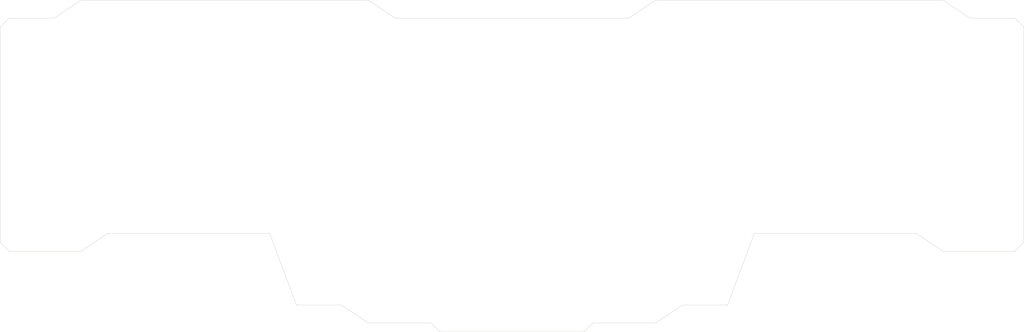
<source format=kicad_pcb>
(kicad_pcb (version 20240108) (generator "pcbnew") (generator_version "8.0")
  (title_block (date "2024-04-06"))
  (layers (0 "F.Cu" signal) (31 "B.Cu" signal) (34 "B.Paste" user) (35 "F.Paste" user) (36 "B.SilkS" user "B.Silkscreen") (37 "F.SilkS" user "F.Silkscreen") (38 "B.Mask" user) (39 "F.Mask" user) (44 "Edge.Cuts" user))
  (net 0 "")
  (footprint "kbd_Hole:m2_Screw_Hole" (layer "F.Cu") (at 162.45625 192.025)
    (property "Reference" "Ref**")
    (property "Value" "Val**")
    (pad "" np_thru_hole circle (at 0 0) (size 2.2 2.2) (drill 2.2) (layers "*.Cu" "*.Mask"))
  )
  (footprint "kbd_Hole:m2_Screw_Hole" (layer "F.Cu") (at 242.45625 192.025)
    (property "Reference" "Ref**")
    (property "Value" "Val**")
    (pad "" np_thru_hole circle (at 0 0) (size 2.2 2.2) (drill 2.2) (layers "*.Cu" "*.Mask"))
  )
  (footprint "kbd_Hole:m2_Screw_Hole" (layer "F.Cu") (at 318.45625 117.025)
    (property "Reference" "Ref**")
    (property "Value" "Val**")
    (pad "" np_thru_hole circle (at 0 0) (size 2.2 2.2) (drill 2.2) (layers "*.Cu" "*.Mask"))
  )
  (footprint "kbd_Hole:m2_Screw_Hole" (layer "F.Cu") (at 86.45625 117.025)
    (property "Reference" "Ref**")
    (property "Value" "Val**")
    (pad "" np_thru_hole circle (at 0 0) (size 2.2 2.2) (drill 2.2) (layers "*.Cu" "*.Mask"))
  )
  (footprint "kbd_Hole:m2_Screw_Hole" (layer "F.Cu") (at 314.45625 173.025)
    (property "Reference" "Ref**")
    (property "Value" "Val**")
    (pad "" np_thru_hole circle (at 0 0) (size 2.2 2.2) (drill 2.2) (layers "*.Cu" "*.Mask"))
  )
  (footprint "kbd_Hole:m2_Screw_Hole" (layer "F.Cu") (at 90.45625 173.025)
    (property "Reference" "Ref**")
    (property "Value" "Val**")
    (pad "" np_thru_hole circle (at 0 0) (size 2.2 2.2) (drill 2.2) (layers "*.Cu" "*.Mask"))
  )
  (footprint "kbd_Hole:m2_Screw_Hole" (layer "F.Cu") (at 238.45625 117.025)
    (property "Reference" "Ref**")
    (property "Value" "Val**")
    (pad "" np_thru_hole circle (at 0 0) (size 2.2 2.2) (drill 2.2) (layers "*.Cu" "*.Mask"))
  )
  (footprint "kbd_Hole:m2_Screw_Hole" (layer "F.Cu") (at 166.45625 117.025)
    (property "Reference" "Ref**")
    (property "Value" "Val**")
    (pad "" np_thru_hole circle (at 0 0) (size 2.2 2.2) (drill 2.2) (layers "*.Cu" "*.Mask"))
  )
  (gr_line (start 323.85 116.68125) (end 335.75625 116.68125) (stroke (width 0.1)) (layer "Edge.Cuts"))
  (gr_line (start 69.05625 178.59375) (end 88.10625 178.59375) (stroke (width 0.1)) (layer "Edge.Cuts"))
  (gr_line (start 247.65 192.88125) (end 259.55625 192.88125) (stroke (width 0.1)) (layer "Edge.Cuts"))
  (gr_line (start 221.45625 200.025) (end 223.8375 197.64375) (stroke (width 0.1)) (layer "Edge.Cuts"))
  (gr_line (start 80.9625 116.68125) (end 69.05625 116.68125) (stroke (width 0.1)) (layer "Edge.Cuts"))
  (gr_line (start 66.675 119.0625) (end 66.675 176.2125) (stroke (width 0.1)) (layer "Edge.Cuts"))
  (gr_line (start 266.7 173.83125) (end 309.5625 173.83125) (stroke (width 0.1)) (layer "Edge.Cuts"))
  (gr_line (start 164.30625 197.64375) (end 180.975 197.64375) (stroke (width 0.1)) (layer "Edge.Cuts"))
  (gr_line (start 240.50625 111.91875) (end 233.3625 116.68125) (stroke (width 0.1)) (layer "Edge.Cuts"))
  (gr_line (start 95.25 173.83125) (end 138.1125 173.83125) (stroke (width 0.1)) (layer "Edge.Cuts"))
  (gr_line (start 171.45 116.68125) (end 164.30625 111.91875) (stroke (width 0.1)) (layer "Edge.Cuts"))
  (gr_line (start 338.1375 176.2125) (end 335.75625 178.59375) (stroke (width 0.1)) (layer "Edge.Cuts"))
  (gr_line (start 309.5625 173.83125) (end 316.70625 178.59375) (stroke (width 0.1)) (layer "Edge.Cuts"))
  (gr_line (start 88.10625 178.59375) (end 95.25 173.83125) (stroke (width 0.1)) (layer "Edge.Cuts"))
  (gr_line (start 69.05625 116.68125) (end 66.675 119.0625) (stroke (width 0.1)) (layer "Edge.Cuts"))
  (gr_line (start 316.70625 111.91875) (end 323.85 116.68125) (stroke (width 0.1)) (layer "Edge.Cuts"))
  (gr_line (start 338.1375 119.0625) (end 338.1375 176.2125) (stroke (width 0.1)) (layer "Edge.Cuts"))
  (gr_line (start 66.675 176.2125) (end 69.05625 178.59375) (stroke (width 0.1)) (layer "Edge.Cuts"))
  (gr_line (start 138.1125 173.83125) (end 145.25625 192.88125) (stroke (width 0.1)) (layer "Edge.Cuts"))
  (gr_line (start 240.50625 111.91875) (end 316.70625 111.91875) (stroke (width 0.1)) (layer "Edge.Cuts"))
  (gr_line (start 240.50625 197.64375) (end 247.65 192.88125) (stroke (width 0.1)) (layer "Edge.Cuts"))
  (gr_line (start 183.35625 200.025) (end 221.45625 200.025) (stroke (width 0.1)) (layer "Edge.Cuts"))
  (gr_line (start 223.8375 197.64375) (end 240.50625 197.64375) (stroke (width 0.1)) (layer "Edge.Cuts"))
  (gr_line (start 157.1625 192.88125) (end 164.30625 197.64375) (stroke (width 0.1)) (layer "Edge.Cuts"))
  (gr_line (start 145.25625 192.88125) (end 157.1625 192.88125) (stroke (width 0.1)) (layer "Edge.Cuts"))
  (gr_line (start 335.75625 116.68125) (end 338.1375 119.0625) (stroke (width 0.1)) (layer "Edge.Cuts"))
  (gr_line (start 259.55625 192.88125) (end 266.7 173.83125) (stroke (width 0.1)) (layer "Edge.Cuts"))
  (gr_line (start 80.9625 116.68125) (end 88.10625 111.91875) (stroke (width 0.1)) (layer "Edge.Cuts"))
  (gr_line (start 233.3625 116.68125) (end 171.45 116.68125) (stroke (width 0.1)) (layer "Edge.Cuts"))
  (gr_line (start 180.975 197.64375) (end 183.35625 200.025) (stroke (width 0.1)) (layer "Edge.Cuts"))
  (gr_line (start 335.75625 178.59375) (end 316.70625 178.59375) (stroke (width 0.1)) (layer "Edge.Cuts"))
  (gr_line (start 164.30625 111.91875) (end 88.10625 111.91875) (stroke (width 0.1)) (layer "Edge.Cuts"))
)
</source>
